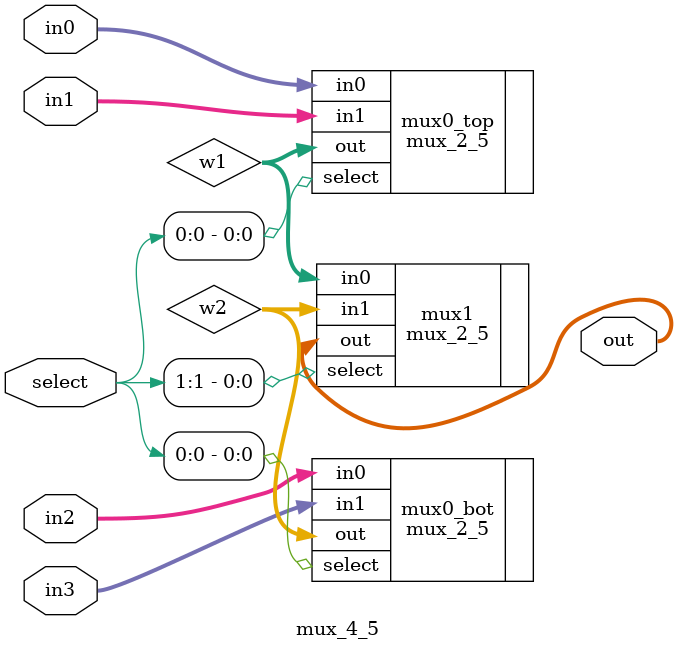
<source format=v>
module mux_4_5(out, select, in0, in1, in2, in3);
    output [4:0] out;
    input [1:0] select;
    input [4:0] in0, in1, in2, in3;
    wire [4:0] w1, w2;

    mux_2_5 mux0_top(.out(w1), .select(select[0]), .in0(in0), .in1(in1));
    mux_2_5 mux0_bot(.out(w2), .select(select[0]), .in0(in2), .in1(in3));
    mux_2_5 mux1(.out(out), .select(select[1]), .in0(w1), .in1(w2));

endmodule

</source>
